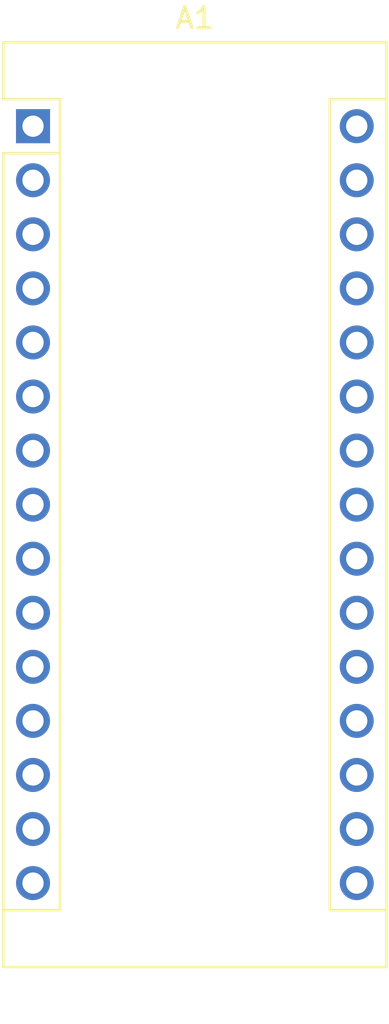
<source format=kicad_pcb>
(kicad_pcb (version 20171130) (host pcbnew "(5.1.10)-1")

  (general
    (thickness 1.6)
    (drawings 0)
    (tracks 0)
    (zones 0)
    (modules 1)
    (nets 31)
  )

  (page A4)
  (layers
    (0 F.Cu signal)
    (31 B.Cu signal)
    (32 B.Adhes user)
    (33 F.Adhes user)
    (34 B.Paste user)
    (35 F.Paste user)
    (36 B.SilkS user)
    (37 F.SilkS user)
    (38 B.Mask user)
    (39 F.Mask user)
    (40 Dwgs.User user)
    (41 Cmts.User user)
    (42 Eco1.User user)
    (43 Eco2.User user)
    (44 Edge.Cuts user)
    (45 Margin user)
    (46 B.CrtYd user)
    (47 F.CrtYd user)
    (48 B.Fab user)
    (49 F.Fab user)
  )

  (setup
    (last_trace_width 0.25)
    (trace_clearance 0.2)
    (zone_clearance 0.508)
    (zone_45_only no)
    (trace_min 0.2)
    (via_size 0.8)
    (via_drill 0.4)
    (via_min_size 0.4)
    (via_min_drill 0.3)
    (uvia_size 0.3)
    (uvia_drill 0.1)
    (uvias_allowed no)
    (uvia_min_size 0.2)
    (uvia_min_drill 0.1)
    (edge_width 0.05)
    (segment_width 0.2)
    (pcb_text_width 0.3)
    (pcb_text_size 1.5 1.5)
    (mod_edge_width 0.12)
    (mod_text_size 1 1)
    (mod_text_width 0.15)
    (pad_size 1.524 1.524)
    (pad_drill 0.762)
    (pad_to_mask_clearance 0)
    (aux_axis_origin 0 0)
    (visible_elements FFFFFF7F)
    (pcbplotparams
      (layerselection 0x010fc_ffffffff)
      (usegerberextensions false)
      (usegerberattributes true)
      (usegerberadvancedattributes true)
      (creategerberjobfile true)
      (excludeedgelayer true)
      (linewidth 0.100000)
      (plotframeref false)
      (viasonmask false)
      (mode 1)
      (useauxorigin false)
      (hpglpennumber 1)
      (hpglpenspeed 20)
      (hpglpendiameter 15.000000)
      (psnegative false)
      (psa4output false)
      (plotreference true)
      (plotvalue true)
      (plotinvisibletext false)
      (padsonsilk false)
      (subtractmaskfromsilk false)
      (outputformat 1)
      (mirror false)
      (drillshape 1)
      (scaleselection 1)
      (outputdirectory ""))
  )

  (net 0 "")
  (net 1 "Net-(A1-Pad16)")
  (net 2 "Net-(A1-Pad15)")
  (net 3 "Net-(A1-Pad30)")
  (net 4 "Net-(A1-Pad14)")
  (net 5 "Net-(A1-Pad29)")
  (net 6 "Net-(A1-Pad13)")
  (net 7 "Net-(A1-Pad28)")
  (net 8 "Net-(A1-Pad12)")
  (net 9 "Net-(A1-Pad27)")
  (net 10 "Net-(A1-Pad11)")
  (net 11 "Net-(A1-Pad26)")
  (net 12 "Net-(A1-Pad10)")
  (net 13 "Net-(A1-Pad25)")
  (net 14 "Net-(A1-Pad9)")
  (net 15 "Net-(A1-Pad24)")
  (net 16 "Net-(A1-Pad8)")
  (net 17 "Net-(A1-Pad23)")
  (net 18 "Net-(A1-Pad7)")
  (net 19 "Net-(A1-Pad22)")
  (net 20 "Net-(A1-Pad6)")
  (net 21 "Net-(A1-Pad21)")
  (net 22 "Net-(A1-Pad5)")
  (net 23 "Net-(A1-Pad20)")
  (net 24 "Net-(A1-Pad4)")
  (net 25 "Net-(A1-Pad19)")
  (net 26 "Net-(A1-Pad3)")
  (net 27 "Net-(A1-Pad18)")
  (net 28 "Net-(A1-Pad2)")
  (net 29 "Net-(A1-Pad17)")
  (net 30 "Net-(A1-Pad1)")

  (net_class Default "This is the default net class."
    (clearance 0.2)
    (trace_width 0.25)
    (via_dia 0.8)
    (via_drill 0.4)
    (uvia_dia 0.3)
    (uvia_drill 0.1)
    (add_net "Net-(A1-Pad1)")
    (add_net "Net-(A1-Pad10)")
    (add_net "Net-(A1-Pad11)")
    (add_net "Net-(A1-Pad12)")
    (add_net "Net-(A1-Pad13)")
    (add_net "Net-(A1-Pad14)")
    (add_net "Net-(A1-Pad15)")
    (add_net "Net-(A1-Pad16)")
    (add_net "Net-(A1-Pad17)")
    (add_net "Net-(A1-Pad18)")
    (add_net "Net-(A1-Pad19)")
    (add_net "Net-(A1-Pad2)")
    (add_net "Net-(A1-Pad20)")
    (add_net "Net-(A1-Pad21)")
    (add_net "Net-(A1-Pad22)")
    (add_net "Net-(A1-Pad23)")
    (add_net "Net-(A1-Pad24)")
    (add_net "Net-(A1-Pad25)")
    (add_net "Net-(A1-Pad26)")
    (add_net "Net-(A1-Pad27)")
    (add_net "Net-(A1-Pad28)")
    (add_net "Net-(A1-Pad29)")
    (add_net "Net-(A1-Pad3)")
    (add_net "Net-(A1-Pad30)")
    (add_net "Net-(A1-Pad4)")
    (add_net "Net-(A1-Pad5)")
    (add_net "Net-(A1-Pad6)")
    (add_net "Net-(A1-Pad7)")
    (add_net "Net-(A1-Pad8)")
    (add_net "Net-(A1-Pad9)")
  )

  (module Module:Arduino_Nano (layer F.Cu) (tedit 58ACAF70) (tstamp 61986325)
    (at 124.6109 106.3558)
    (descr "Arduino Nano, http://www.mouser.com/pdfdocs/Gravitech_Arduino_Nano3_0.pdf")
    (tags "Arduino Nano")
    (path /6198625E)
    (fp_text reference A1 (at 7.62 -5.08) (layer F.SilkS)
      (effects (font (size 1 1) (thickness 0.15)))
    )
    (fp_text value Arduino_Nano_v3.x (at 8.89 19.05 90) (layer F.Fab)
      (effects (font (size 1 1) (thickness 0.15)))
    )
    (fp_text user %R (at 6.35 19.05 90) (layer F.Fab)
      (effects (font (size 1 1) (thickness 0.15)))
    )
    (fp_line (start 1.27 1.27) (end 1.27 -1.27) (layer F.SilkS) (width 0.12))
    (fp_line (start 1.27 -1.27) (end -1.4 -1.27) (layer F.SilkS) (width 0.12))
    (fp_line (start -1.4 1.27) (end -1.4 39.5) (layer F.SilkS) (width 0.12))
    (fp_line (start -1.4 -3.94) (end -1.4 -1.27) (layer F.SilkS) (width 0.12))
    (fp_line (start 13.97 -1.27) (end 16.64 -1.27) (layer F.SilkS) (width 0.12))
    (fp_line (start 13.97 -1.27) (end 13.97 36.83) (layer F.SilkS) (width 0.12))
    (fp_line (start 13.97 36.83) (end 16.64 36.83) (layer F.SilkS) (width 0.12))
    (fp_line (start 1.27 1.27) (end -1.4 1.27) (layer F.SilkS) (width 0.12))
    (fp_line (start 1.27 1.27) (end 1.27 36.83) (layer F.SilkS) (width 0.12))
    (fp_line (start 1.27 36.83) (end -1.4 36.83) (layer F.SilkS) (width 0.12))
    (fp_line (start 3.81 31.75) (end 11.43 31.75) (layer F.Fab) (width 0.1))
    (fp_line (start 11.43 31.75) (end 11.43 41.91) (layer F.Fab) (width 0.1))
    (fp_line (start 11.43 41.91) (end 3.81 41.91) (layer F.Fab) (width 0.1))
    (fp_line (start 3.81 41.91) (end 3.81 31.75) (layer F.Fab) (width 0.1))
    (fp_line (start -1.4 39.5) (end 16.64 39.5) (layer F.SilkS) (width 0.12))
    (fp_line (start 16.64 39.5) (end 16.64 -3.94) (layer F.SilkS) (width 0.12))
    (fp_line (start 16.64 -3.94) (end -1.4 -3.94) (layer F.SilkS) (width 0.12))
    (fp_line (start 16.51 39.37) (end -1.27 39.37) (layer F.Fab) (width 0.1))
    (fp_line (start -1.27 39.37) (end -1.27 -2.54) (layer F.Fab) (width 0.1))
    (fp_line (start -1.27 -2.54) (end 0 -3.81) (layer F.Fab) (width 0.1))
    (fp_line (start 0 -3.81) (end 16.51 -3.81) (layer F.Fab) (width 0.1))
    (fp_line (start 16.51 -3.81) (end 16.51 39.37) (layer F.Fab) (width 0.1))
    (fp_line (start -1.53 -4.06) (end 16.75 -4.06) (layer F.CrtYd) (width 0.05))
    (fp_line (start -1.53 -4.06) (end -1.53 42.16) (layer F.CrtYd) (width 0.05))
    (fp_line (start 16.75 42.16) (end 16.75 -4.06) (layer F.CrtYd) (width 0.05))
    (fp_line (start 16.75 42.16) (end -1.53 42.16) (layer F.CrtYd) (width 0.05))
    (pad 16 thru_hole oval (at 15.24 35.56) (size 1.6 1.6) (drill 1) (layers *.Cu *.Mask)
      (net 1 "Net-(A1-Pad16)"))
    (pad 15 thru_hole oval (at 0 35.56) (size 1.6 1.6) (drill 1) (layers *.Cu *.Mask)
      (net 2 "Net-(A1-Pad15)"))
    (pad 30 thru_hole oval (at 15.24 0) (size 1.6 1.6) (drill 1) (layers *.Cu *.Mask)
      (net 3 "Net-(A1-Pad30)"))
    (pad 14 thru_hole oval (at 0 33.02) (size 1.6 1.6) (drill 1) (layers *.Cu *.Mask)
      (net 4 "Net-(A1-Pad14)"))
    (pad 29 thru_hole oval (at 15.24 2.54) (size 1.6 1.6) (drill 1) (layers *.Cu *.Mask)
      (net 5 "Net-(A1-Pad29)"))
    (pad 13 thru_hole oval (at 0 30.48) (size 1.6 1.6) (drill 1) (layers *.Cu *.Mask)
      (net 6 "Net-(A1-Pad13)"))
    (pad 28 thru_hole oval (at 15.24 5.08) (size 1.6 1.6) (drill 1) (layers *.Cu *.Mask)
      (net 7 "Net-(A1-Pad28)"))
    (pad 12 thru_hole oval (at 0 27.94) (size 1.6 1.6) (drill 1) (layers *.Cu *.Mask)
      (net 8 "Net-(A1-Pad12)"))
    (pad 27 thru_hole oval (at 15.24 7.62) (size 1.6 1.6) (drill 1) (layers *.Cu *.Mask)
      (net 9 "Net-(A1-Pad27)"))
    (pad 11 thru_hole oval (at 0 25.4) (size 1.6 1.6) (drill 1) (layers *.Cu *.Mask)
      (net 10 "Net-(A1-Pad11)"))
    (pad 26 thru_hole oval (at 15.24 10.16) (size 1.6 1.6) (drill 1) (layers *.Cu *.Mask)
      (net 11 "Net-(A1-Pad26)"))
    (pad 10 thru_hole oval (at 0 22.86) (size 1.6 1.6) (drill 1) (layers *.Cu *.Mask)
      (net 12 "Net-(A1-Pad10)"))
    (pad 25 thru_hole oval (at 15.24 12.7) (size 1.6 1.6) (drill 1) (layers *.Cu *.Mask)
      (net 13 "Net-(A1-Pad25)"))
    (pad 9 thru_hole oval (at 0 20.32) (size 1.6 1.6) (drill 1) (layers *.Cu *.Mask)
      (net 14 "Net-(A1-Pad9)"))
    (pad 24 thru_hole oval (at 15.24 15.24) (size 1.6 1.6) (drill 1) (layers *.Cu *.Mask)
      (net 15 "Net-(A1-Pad24)"))
    (pad 8 thru_hole oval (at 0 17.78) (size 1.6 1.6) (drill 1) (layers *.Cu *.Mask)
      (net 16 "Net-(A1-Pad8)"))
    (pad 23 thru_hole oval (at 15.24 17.78) (size 1.6 1.6) (drill 1) (layers *.Cu *.Mask)
      (net 17 "Net-(A1-Pad23)"))
    (pad 7 thru_hole oval (at 0 15.24) (size 1.6 1.6) (drill 1) (layers *.Cu *.Mask)
      (net 18 "Net-(A1-Pad7)"))
    (pad 22 thru_hole oval (at 15.24 20.32) (size 1.6 1.6) (drill 1) (layers *.Cu *.Mask)
      (net 19 "Net-(A1-Pad22)"))
    (pad 6 thru_hole oval (at 0 12.7) (size 1.6 1.6) (drill 1) (layers *.Cu *.Mask)
      (net 20 "Net-(A1-Pad6)"))
    (pad 21 thru_hole oval (at 15.24 22.86) (size 1.6 1.6) (drill 1) (layers *.Cu *.Mask)
      (net 21 "Net-(A1-Pad21)"))
    (pad 5 thru_hole oval (at 0 10.16) (size 1.6 1.6) (drill 1) (layers *.Cu *.Mask)
      (net 22 "Net-(A1-Pad5)"))
    (pad 20 thru_hole oval (at 15.24 25.4) (size 1.6 1.6) (drill 1) (layers *.Cu *.Mask)
      (net 23 "Net-(A1-Pad20)"))
    (pad 4 thru_hole oval (at 0 7.62) (size 1.6 1.6) (drill 1) (layers *.Cu *.Mask)
      (net 24 "Net-(A1-Pad4)"))
    (pad 19 thru_hole oval (at 15.24 27.94) (size 1.6 1.6) (drill 1) (layers *.Cu *.Mask)
      (net 25 "Net-(A1-Pad19)"))
    (pad 3 thru_hole oval (at 0 5.08) (size 1.6 1.6) (drill 1) (layers *.Cu *.Mask)
      (net 26 "Net-(A1-Pad3)"))
    (pad 18 thru_hole oval (at 15.24 30.48) (size 1.6 1.6) (drill 1) (layers *.Cu *.Mask)
      (net 27 "Net-(A1-Pad18)"))
    (pad 2 thru_hole oval (at 0 2.54) (size 1.6 1.6) (drill 1) (layers *.Cu *.Mask)
      (net 28 "Net-(A1-Pad2)"))
    (pad 17 thru_hole oval (at 15.24 33.02) (size 1.6 1.6) (drill 1) (layers *.Cu *.Mask)
      (net 29 "Net-(A1-Pad17)"))
    (pad 1 thru_hole rect (at 0 0) (size 1.6 1.6) (drill 1) (layers *.Cu *.Mask)
      (net 30 "Net-(A1-Pad1)"))
    (model ${KISYS3DMOD}/Module.3dshapes/Arduino_Nano_WithMountingHoles.wrl
      (at (xyz 0 0 0))
      (scale (xyz 1 1 1))
      (rotate (xyz 0 0 0))
    )
  )

)

</source>
